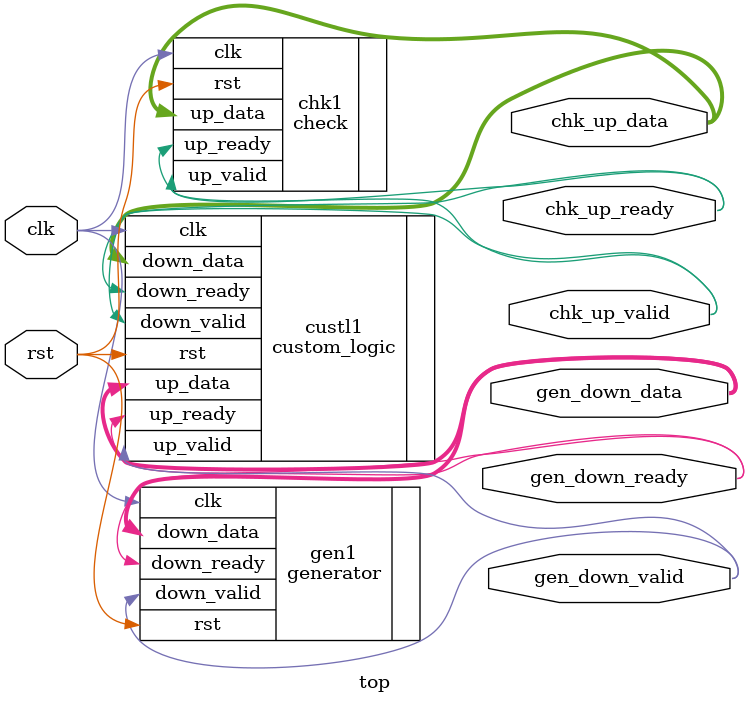
<source format=v>
module top # (
    parameter DATA_WIDTH  = 32,
    parameter DELAY_GEN   = 0,
    parameter DELAY_CHK   = 0
)
(
    input wire                   clk,
    input wire                   rst,
    output wire                  gen_down_valid,
    output wire[DATA_WIDTH-1:0]  gen_down_data,
    output wire                  gen_down_ready,
    output wire                  chk_up_valid,
    output wire[DATA_WIDTH-1:0]  chk_up_data,
    output wire                  chk_up_ready
);

generator # (.DW(DATA_WIDTH), .DELAY(DELAY_GEN)) gen1
(
    .clk(clk),
    .rst(rst),
    .down_ready(gen_down_ready),
    .down_valid(gen_down_valid),
    .down_data(gen_down_data)
);

check # (.DW(DATA_WIDTH), .DELAY(DELAY_CHK)) chk1
(
    .clk(clk),
    .rst(rst),
    .up_ready(chk_up_ready),
    .up_valid(chk_up_valid),
    .up_data(chk_up_data)
);

custom_logic # (.DW(DATA_WIDTH)) custl1
(
    .clk(clk),
    .rst(rst),
    .up_data(gen_down_data),
    .up_valid(gen_down_valid),
    .up_ready(gen_down_ready),
    .down_data(chk_up_data),
    .down_valid(chk_up_valid),
    .down_ready(chk_up_ready)
);

endmodule

</source>
